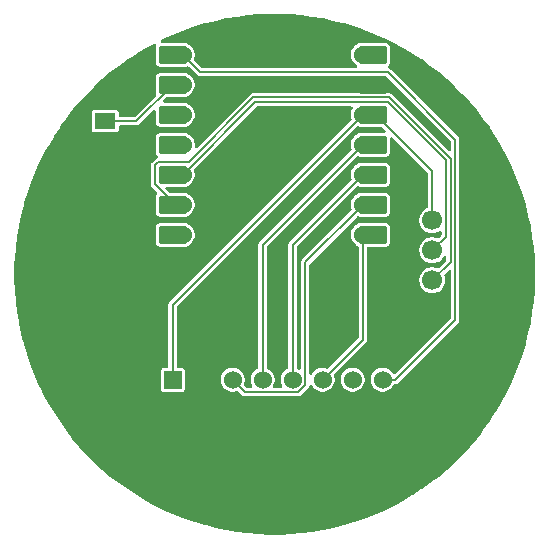
<source format=gtl>
G04 #@! TF.GenerationSoftware,KiCad,Pcbnew,9.0.2*
G04 #@! TF.CreationDate,2025-06-11T04:48:02-04:00*
G04 #@! TF.ProjectId,HackCharm,4861636b-4368-4617-926d-2e6b69636164,rev?*
G04 #@! TF.SameCoordinates,Original*
G04 #@! TF.FileFunction,Copper,L1,Top*
G04 #@! TF.FilePolarity,Positive*
%FSLAX46Y46*%
G04 Gerber Fmt 4.6, Leading zero omitted, Abs format (unit mm)*
G04 Created by KiCad (PCBNEW 9.0.2) date 2025-06-11 04:48:02*
%MOMM*%
%LPD*%
G01*
G04 APERTURE LIST*
G04 Aperture macros list*
%AMRoundRect*
0 Rectangle with rounded corners*
0 $1 Rounding radius*
0 $2 $3 $4 $5 $6 $7 $8 $9 X,Y pos of 4 corners*
0 Add a 4 corners polygon primitive as box body*
4,1,4,$2,$3,$4,$5,$6,$7,$8,$9,$2,$3,0*
0 Add four circle primitives for the rounded corners*
1,1,$1+$1,$2,$3*
1,1,$1+$1,$4,$5*
1,1,$1+$1,$6,$7*
1,1,$1+$1,$8,$9*
0 Add four rect primitives between the rounded corners*
20,1,$1+$1,$2,$3,$4,$5,0*
20,1,$1+$1,$4,$5,$6,$7,0*
20,1,$1+$1,$6,$7,$8,$9,0*
20,1,$1+$1,$8,$9,$2,$3,0*%
G04 Aperture macros list end*
G04 #@! TA.AperFunction,ComponentPad*
%ADD10R,1.524000X1.524000*%
G04 #@! TD*
G04 #@! TA.AperFunction,ComponentPad*
%ADD11C,1.524000*%
G04 #@! TD*
G04 #@! TA.AperFunction,SMDPad,CuDef*
%ADD12RoundRect,0.152400X1.063600X0.609600X-1.063600X0.609600X-1.063600X-0.609600X1.063600X-0.609600X0*%
G04 #@! TD*
G04 #@! TA.AperFunction,SMDPad,CuDef*
%ADD13RoundRect,0.152400X-1.063600X-0.609600X1.063600X-0.609600X1.063600X0.609600X-1.063600X0.609600X0*%
G04 #@! TD*
G04 #@! TA.AperFunction,SMDPad,CuDef*
%ADD14R,1.800000X1.350000*%
G04 #@! TD*
G04 #@! TA.AperFunction,ComponentPad*
%ADD15R,1.700000X1.700000*%
G04 #@! TD*
G04 #@! TA.AperFunction,ComponentPad*
%ADD16C,1.700000*%
G04 #@! TD*
G04 #@! TA.AperFunction,Conductor*
%ADD17C,0.200000*%
G04 #@! TD*
G04 APERTURE END LIST*
D10*
G04 #@! TO.P,U2,1,VIN*
G04 #@! TO.N,+3.3V*
X144618000Y-108320000D03*
D11*
G04 #@! TO.P,U2,2,GND*
G04 #@! TO.N,GND*
X147158000Y-108320000D03*
G04 #@! TO.P,U2,3,SCLK*
G04 #@! TO.N,Net-(U1-GPIO7{slash}D8{slash}A8{slash}SCK)*
X149698000Y-108320000D03*
G04 #@! TO.P,U2,4,MOSI*
G04 #@! TO.N,Net-(U1-GPIO9{slash}D10{slash}A10{slash}MOSI)*
X152238000Y-108320000D03*
G04 #@! TO.P,U2,5,MISO*
G04 #@! TO.N,Net-(U1-GPIO8{slash}D9{slash}A9{slash}MISO)*
X154778000Y-108320000D03*
G04 #@! TO.P,U2,6,CS*
G04 #@! TO.N,Net-(U1-U0RXD{slash}D7{slash}RX)*
X157318000Y-108320000D03*
G04 #@! TO.P,U2,7,INT_2*
G04 #@! TO.N,unconnected-(U2-INT_2-Pad7)*
X159858000Y-108320000D03*
G04 #@! TO.P,U2,8,INT_1*
G04 #@! TO.N,Net-(U1-GPIO1{slash}D0{slash}A0)*
X162398000Y-108320000D03*
G04 #@! TD*
D12*
G04 #@! TO.P,U1,1,GPIO1/D0/A0*
G04 #@! TO.N,Net-(U1-GPIO1{slash}D0{slash}A0)*
X144645000Y-80798500D03*
D11*
X145480000Y-80798500D03*
D12*
G04 #@! TO.P,U1,2,GPIO2/DA/A1*
G04 #@! TO.N,Net-(U1-GPIO2{slash}DA{slash}A1)*
X144645000Y-83338500D03*
D11*
X145480000Y-83338500D03*
D12*
G04 #@! TO.P,U1,3,GPIO3/D2/A2*
G04 #@! TO.N,unconnected-(U1-GPIO3{slash}D2{slash}A2-Pad3)_1*
X144645000Y-85878500D03*
D11*
G04 #@! TO.N,unconnected-(U1-GPIO3{slash}D2{slash}A2-Pad3)*
X145480000Y-85878500D03*
D12*
G04 #@! TO.P,U1,4,GPIO4/D3/A3*
G04 #@! TO.N,unconnected-(U1-GPIO4{slash}D3{slash}A3-Pad4)_1*
X144645000Y-88418500D03*
D11*
G04 #@! TO.N,unconnected-(U1-GPIO4{slash}D3{slash}A3-Pad4)*
X145480000Y-88418500D03*
D12*
G04 #@! TO.P,U1,5,GPIO5/D4/I2C_SDA*
G04 #@! TO.N,Net-(J1-Pin_3)*
X144645000Y-90958500D03*
D11*
X145480000Y-90958500D03*
D12*
G04 #@! TO.P,U1,6,GPIO9/D5/I2C_SCL*
G04 #@! TO.N,Net-(J1-Pin_2)*
X144645000Y-93498500D03*
D11*
X145480000Y-93498500D03*
D12*
G04 #@! TO.P,U1,7,U0TXD/D6/TX*
G04 #@! TO.N,unconnected-(U1-U0TXD{slash}D6{slash}TX-Pad7)*
X144645000Y-96038500D03*
D11*
G04 #@! TO.N,unconnected-(U1-U0TXD{slash}D6{slash}TX-Pad7)_1*
X145480000Y-96038500D03*
G04 #@! TO.P,U1,8,U0RXD/D7/RX*
G04 #@! TO.N,Net-(U1-U0RXD{slash}D7{slash}RX)*
X160720000Y-96038500D03*
D13*
X161555000Y-96038500D03*
D11*
G04 #@! TO.P,U1,9,GPIO7/D8/A8/SCK*
G04 #@! TO.N,Net-(U1-GPIO7{slash}D8{slash}A8{slash}SCK)*
X160720000Y-93498500D03*
D13*
X161555000Y-93498500D03*
D11*
G04 #@! TO.P,U1,10,GPIO8/D9/A9/MISO*
G04 #@! TO.N,Net-(U1-GPIO8{slash}D9{slash}A9{slash}MISO)*
X160720000Y-90958500D03*
D13*
X161555000Y-90958500D03*
D11*
G04 #@! TO.P,U1,11,GPIO9/D10/A10/MOSI*
G04 #@! TO.N,Net-(U1-GPIO9{slash}D10{slash}A10{slash}MOSI)*
X160720000Y-88418500D03*
D13*
X161555000Y-88418500D03*
D11*
G04 #@! TO.P,U1,12,VCC_3V3*
G04 #@! TO.N,+3.3V*
X160720000Y-85878500D03*
D13*
X161555000Y-85878500D03*
D11*
G04 #@! TO.P,U1,13,GND*
G04 #@! TO.N,GND*
X160720000Y-83338500D03*
D13*
X161555000Y-83338500D03*
D11*
G04 #@! TO.P,U1,14,VBUS*
G04 #@! TO.N,unconnected-(U1-VBUS-Pad14)_1*
X160720000Y-80798500D03*
D13*
G04 #@! TO.N,unconnected-(U1-VBUS-Pad14)*
X161555000Y-80798500D03*
G04 #@! TD*
D14*
G04 #@! TO.P,SW1,1,1*
G04 #@! TO.N,GND*
X138900000Y-90575000D03*
G04 #@! TO.P,SW1,2,2*
G04 #@! TO.N,Net-(U1-GPIO2{slash}DA{slash}A1)*
X138900000Y-86425000D03*
G04 #@! TD*
D15*
G04 #@! TO.P,J1,1,Pin_1*
G04 #@! TO.N,GND*
X166600000Y-102450000D03*
D16*
G04 #@! TO.P,J1,2,Pin_2*
G04 #@! TO.N,Net-(J1-Pin_2)*
X166600000Y-99910000D03*
G04 #@! TO.P,J1,3,Pin_3*
G04 #@! TO.N,Net-(J1-Pin_3)*
X166600000Y-97370000D03*
G04 #@! TO.P,J1,4,Pin_4*
G04 #@! TO.N,+3.3V*
X166600000Y-94830000D03*
G04 #@! TD*
D17*
G04 #@! TO.N,Net-(J1-Pin_2)*
X143389374Y-89895500D02*
X145975900Y-89895500D01*
X168152000Y-98358000D02*
X166600000Y-99910000D01*
X151456900Y-84414500D02*
X162976726Y-84414500D01*
X143128000Y-90156874D02*
X143389374Y-89895500D01*
X145480000Y-93498500D02*
X144866374Y-93498500D01*
X145975900Y-89895500D02*
X151456900Y-84414500D01*
X162976726Y-84414500D02*
X168152000Y-89589774D01*
X143128000Y-91760126D02*
X143128000Y-90156874D01*
X168152000Y-89589774D02*
X168152000Y-98358000D01*
X144866374Y-93498500D02*
X143128000Y-91760126D01*
G04 #@! TO.N,Net-(J1-Pin_3)*
X151623000Y-84815500D02*
X162810626Y-84815500D01*
X167751000Y-96219000D02*
X166600000Y-97370000D01*
X162810626Y-84815500D02*
X167751000Y-89755874D01*
X145480000Y-90958500D02*
X151623000Y-84815500D01*
X167751000Y-89755874D02*
X167751000Y-96219000D01*
G04 #@! TO.N,+3.3V*
X161797630Y-85878500D02*
X166600000Y-90680870D01*
X166600000Y-90680870D02*
X166600000Y-94830000D01*
X160720000Y-85878500D02*
X161797630Y-85878500D01*
X160720000Y-85878500D02*
X144618000Y-101980500D01*
X144618000Y-101980500D02*
X144618000Y-108320000D01*
G04 #@! TO.N,Net-(U1-GPIO2{slash}DA{slash}A1)*
X141558500Y-86425000D02*
X144645000Y-83338500D01*
X138900000Y-86425000D02*
X141558500Y-86425000D01*
G04 #@! TO.N,Net-(U1-GPIO1{slash}D0{slash}A0)*
X163475630Y-108320000D02*
X162398000Y-108320000D01*
X168553000Y-103242630D02*
X163475630Y-108320000D01*
X162810626Y-82275500D02*
X168553000Y-88017874D01*
X146957000Y-82275500D02*
X162810626Y-82275500D01*
X168553000Y-88017874D02*
X168553000Y-103242630D01*
X145480000Y-80798500D02*
X146957000Y-82275500D01*
G04 #@! TO.N,Net-(U1-U0RXD{slash}D7{slash}RX)*
X160720000Y-96038500D02*
X160720000Y-104918000D01*
X160720000Y-104918000D02*
X157318000Y-108320000D01*
G04 #@! TO.N,Net-(U1-GPIO8{slash}D9{slash}A9{slash}MISO)*
X154778000Y-96900500D02*
X154778000Y-108320000D01*
X160720000Y-90958500D02*
X154778000Y-96900500D01*
G04 #@! TO.N,Net-(U1-GPIO9{slash}D10{slash}A10{slash}MOSI)*
X152238000Y-96900500D02*
X152238000Y-108320000D01*
X160720000Y-88418500D02*
X152238000Y-96900500D01*
G04 #@! TO.N,Net-(U1-GPIO7{slash}D8{slash}A8{slash}SCK)*
X150761000Y-109383000D02*
X149698000Y-108320000D01*
X155841000Y-108760310D02*
X155218310Y-109383000D01*
X155218310Y-109383000D02*
X150761000Y-109383000D01*
X155841000Y-98377500D02*
X155841000Y-108760310D01*
X160720000Y-93498500D02*
X155841000Y-98377500D01*
G04 #@! TD*
G04 #@! TA.AperFunction,Conductor*
G04 #@! TO.N,GND*
G36*
X153710303Y-77357403D02*
G01*
X154615732Y-77394853D01*
X154620810Y-77395168D01*
X155523926Y-77470002D01*
X155528940Y-77470521D01*
X156428218Y-77582617D01*
X156433289Y-77583355D01*
X157327124Y-77732509D01*
X157332132Y-77733452D01*
X158219045Y-77919419D01*
X158224012Y-77920568D01*
X158938479Y-78101496D01*
X159102481Y-78143027D01*
X159107424Y-78144388D01*
X159975955Y-78402961D01*
X159980785Y-78404509D01*
X160649777Y-78634173D01*
X160837882Y-78698750D01*
X160842694Y-78700514D01*
X161094969Y-78798951D01*
X161686892Y-79029921D01*
X161691590Y-79031866D01*
X162431195Y-79356288D01*
X162521460Y-79395882D01*
X162526110Y-79398037D01*
X163340225Y-79796033D01*
X163344782Y-79798379D01*
X164141725Y-80229663D01*
X164146182Y-80232195D01*
X164924643Y-80696057D01*
X164928987Y-80698769D01*
X164929000Y-80698777D01*
X165687624Y-81194411D01*
X165691855Y-81197303D01*
X166429350Y-81723863D01*
X166433408Y-81726888D01*
X166938540Y-82120048D01*
X167148544Y-82283501D01*
X167152522Y-82286732D01*
X167844003Y-82872386D01*
X167847845Y-82875778D01*
X168514563Y-83489535D01*
X168518261Y-83493084D01*
X169159004Y-84133827D01*
X169162553Y-84137525D01*
X169766430Y-84793511D01*
X169776310Y-84804243D01*
X169779702Y-84808085D01*
X170365356Y-85499566D01*
X170368587Y-85503544D01*
X170925194Y-86218672D01*
X170928225Y-86222738D01*
X171454785Y-86960233D01*
X171457677Y-86964464D01*
X171953317Y-87723097D01*
X171956031Y-87727445D01*
X172419893Y-88505906D01*
X172422425Y-88510363D01*
X172853709Y-89307306D01*
X172856055Y-89311863D01*
X173254051Y-90125978D01*
X173256206Y-90130628D01*
X173620214Y-90960480D01*
X173622175Y-90965215D01*
X173951574Y-91809394D01*
X173953338Y-91814206D01*
X174247571Y-92671278D01*
X174249135Y-92676159D01*
X174507700Y-93544665D01*
X174509061Y-93549607D01*
X174731517Y-94428063D01*
X174732672Y-94433056D01*
X174918633Y-95319942D01*
X174919581Y-95324979D01*
X175068732Y-96218798D01*
X175069471Y-96223870D01*
X175181562Y-97123106D01*
X175182090Y-97128204D01*
X175256918Y-98031259D01*
X175257236Y-98036375D01*
X175294685Y-98941785D01*
X175294791Y-98946909D01*
X175294791Y-99853090D01*
X175294685Y-99858214D01*
X175257236Y-100763624D01*
X175256918Y-100768740D01*
X175182090Y-101671795D01*
X175181562Y-101676893D01*
X175069471Y-102576129D01*
X175068732Y-102581201D01*
X174919581Y-103475020D01*
X174918633Y-103480057D01*
X174732672Y-104366943D01*
X174731517Y-104371936D01*
X174509061Y-105250392D01*
X174507700Y-105255334D01*
X174249135Y-106123840D01*
X174247571Y-106128721D01*
X173953338Y-106985793D01*
X173951574Y-106990605D01*
X173622175Y-107834784D01*
X173620214Y-107839519D01*
X173256206Y-108669371D01*
X173254051Y-108674021D01*
X172856055Y-109488136D01*
X172853709Y-109492693D01*
X172422425Y-110289636D01*
X172419893Y-110294093D01*
X171956031Y-111072554D01*
X171953317Y-111076902D01*
X171457677Y-111835535D01*
X171454785Y-111839766D01*
X170928225Y-112577261D01*
X170925176Y-112581350D01*
X170684975Y-112889960D01*
X170368587Y-113296455D01*
X170365356Y-113300433D01*
X169779702Y-113991914D01*
X169776310Y-113995756D01*
X169162553Y-114662474D01*
X169159004Y-114666172D01*
X168518261Y-115306915D01*
X168514563Y-115310464D01*
X167847845Y-115924221D01*
X167844003Y-115927613D01*
X167152522Y-116513267D01*
X167148544Y-116516498D01*
X166742049Y-116832886D01*
X166433439Y-117073087D01*
X166429350Y-117076136D01*
X165691855Y-117602696D01*
X165687624Y-117605588D01*
X164928991Y-118101228D01*
X164924643Y-118103942D01*
X164146182Y-118567804D01*
X164141725Y-118570336D01*
X163344782Y-119001620D01*
X163340225Y-119003966D01*
X162526110Y-119401962D01*
X162521460Y-119404117D01*
X161691608Y-119768125D01*
X161686873Y-119770086D01*
X160842694Y-120099485D01*
X160837882Y-120101249D01*
X159980810Y-120395482D01*
X159975929Y-120397046D01*
X159107423Y-120655611D01*
X159102481Y-120656972D01*
X158224025Y-120879428D01*
X158219032Y-120880583D01*
X157332146Y-121066544D01*
X157327109Y-121067492D01*
X156433290Y-121216643D01*
X156428218Y-121217382D01*
X155528982Y-121329473D01*
X155523884Y-121330001D01*
X154620829Y-121404829D01*
X154615713Y-121405147D01*
X153710304Y-121442596D01*
X153705180Y-121442702D01*
X152798998Y-121442702D01*
X152793874Y-121442596D01*
X151888464Y-121405147D01*
X151883348Y-121404829D01*
X150980293Y-121330001D01*
X150975195Y-121329473D01*
X150075959Y-121217382D01*
X150070887Y-121216643D01*
X149177068Y-121067492D01*
X149172031Y-121066544D01*
X148285145Y-120880583D01*
X148280152Y-120879428D01*
X147401696Y-120656972D01*
X147396754Y-120655611D01*
X146528248Y-120397046D01*
X146523367Y-120395482D01*
X145666295Y-120101249D01*
X145661483Y-120099485D01*
X144817304Y-119770086D01*
X144812569Y-119768125D01*
X143982717Y-119404117D01*
X143978067Y-119401962D01*
X143163952Y-119003966D01*
X143159395Y-119001620D01*
X142362452Y-118570336D01*
X142357995Y-118567804D01*
X141579534Y-118103942D01*
X141575186Y-118101228D01*
X140816553Y-117605588D01*
X140812322Y-117602696D01*
X140074827Y-117076136D01*
X140070761Y-117073105D01*
X139355633Y-116516498D01*
X139351655Y-116513267D01*
X138660174Y-115927613D01*
X138656332Y-115924221D01*
X137989614Y-115310464D01*
X137985916Y-115306915D01*
X137345173Y-114666172D01*
X137341624Y-114662474D01*
X136727867Y-113995756D01*
X136724475Y-113991914D01*
X136138821Y-113300433D01*
X136135590Y-113296455D01*
X136045454Y-113180648D01*
X135578977Y-112581319D01*
X135575952Y-112577261D01*
X135049392Y-111839766D01*
X135046500Y-111835535D01*
X134550860Y-111076902D01*
X134548146Y-111072554D01*
X134084284Y-110294093D01*
X134081752Y-110289636D01*
X133650468Y-109492693D01*
X133648122Y-109488136D01*
X133555513Y-109298702D01*
X133250126Y-108674021D01*
X133247971Y-108669371D01*
X133051792Y-108222129D01*
X132883955Y-107839501D01*
X132882002Y-107834784D01*
X132871357Y-107807504D01*
X132552603Y-106990605D01*
X132550839Y-106985793D01*
X132361127Y-106433181D01*
X132256598Y-106128696D01*
X132255050Y-106123866D01*
X131996477Y-105255334D01*
X131995116Y-105250392D01*
X131899257Y-104871856D01*
X131772657Y-104371923D01*
X131771505Y-104366943D01*
X131585541Y-103480043D01*
X131584596Y-103475020D01*
X131568392Y-103377917D01*
X131435444Y-102581200D01*
X131434706Y-102576129D01*
X131322610Y-101676851D01*
X131322091Y-101671837D01*
X131247257Y-100768721D01*
X131246941Y-100763624D01*
X131246353Y-100749414D01*
X131209493Y-99858214D01*
X131209387Y-99853090D01*
X131209387Y-98946909D01*
X131209493Y-98941785D01*
X131227476Y-98507004D01*
X131246942Y-98036353D01*
X131247259Y-98031259D01*
X131322091Y-97128157D01*
X131322610Y-97123153D01*
X131434706Y-96223863D01*
X131435445Y-96218798D01*
X131453578Y-96110136D01*
X131572546Y-95397186D01*
X143178500Y-95397186D01*
X143178500Y-96679813D01*
X143193441Y-96774150D01*
X143193442Y-96774153D01*
X143193443Y-96774155D01*
X143248254Y-96881728D01*
X143251385Y-96887872D01*
X143251388Y-96887876D01*
X143341623Y-96978111D01*
X143341627Y-96978114D01*
X143341629Y-96978116D01*
X143455345Y-97036057D01*
X143455347Y-97036057D01*
X143455349Y-97036058D01*
X143549687Y-97051000D01*
X143549692Y-97051000D01*
X145740313Y-97051000D01*
X145834650Y-97036058D01*
X145834650Y-97036057D01*
X145834655Y-97036057D01*
X145948371Y-96978116D01*
X146038616Y-96887871D01*
X146038617Y-96887868D01*
X146044758Y-96881728D01*
X146063544Y-96866311D01*
X146125431Y-96824960D01*
X146266460Y-96683931D01*
X146377266Y-96518099D01*
X146453590Y-96333835D01*
X146475969Y-96221328D01*
X146492500Y-96138225D01*
X146492500Y-95938774D01*
X146453591Y-95743170D01*
X146453590Y-95743169D01*
X146453590Y-95743165D01*
X146451975Y-95739265D01*
X146377269Y-95558907D01*
X146377262Y-95558894D01*
X146266460Y-95393069D01*
X146266457Y-95393065D01*
X146125434Y-95252042D01*
X146125430Y-95252039D01*
X146063547Y-95210690D01*
X146044757Y-95195269D01*
X145948376Y-95098888D01*
X145948372Y-95098885D01*
X145948371Y-95098884D01*
X145834655Y-95040943D01*
X145834653Y-95040942D01*
X145834650Y-95040941D01*
X145740313Y-95026000D01*
X145740308Y-95026000D01*
X143549692Y-95026000D01*
X143549687Y-95026000D01*
X143455349Y-95040941D01*
X143341627Y-95098885D01*
X143341623Y-95098888D01*
X143251388Y-95189123D01*
X143251385Y-95189127D01*
X143193441Y-95302849D01*
X143178500Y-95397186D01*
X131572546Y-95397186D01*
X131584598Y-95324964D01*
X131585539Y-95319965D01*
X131771510Y-94433033D01*
X131772654Y-94428087D01*
X131995118Y-93549596D01*
X131996477Y-93544665D01*
X132075245Y-93280088D01*
X132255054Y-92676119D01*
X132256593Y-92671317D01*
X132550841Y-91814198D01*
X132552603Y-91809394D01*
X132882016Y-90965179D01*
X132883948Y-90960515D01*
X133247979Y-90130610D01*
X133250126Y-90125978D01*
X133648133Y-89311841D01*
X133650456Y-89307328D01*
X134081758Y-88510350D01*
X134084284Y-88505906D01*
X134195789Y-88318777D01*
X134548161Y-87727420D01*
X134550844Y-87723122D01*
X135046510Y-86964448D01*
X135049392Y-86960233D01*
X135173288Y-86786706D01*
X135575973Y-86222709D01*
X135578977Y-86218680D01*
X135962974Y-85725321D01*
X137749500Y-85725321D01*
X137749500Y-87124678D01*
X137764032Y-87197735D01*
X137764033Y-87197739D01*
X137764034Y-87197740D01*
X137819399Y-87280601D01*
X137886348Y-87325334D01*
X137902260Y-87335966D01*
X137902264Y-87335967D01*
X137975321Y-87350499D01*
X137975324Y-87350500D01*
X137975326Y-87350500D01*
X139824676Y-87350500D01*
X139824677Y-87350499D01*
X139897740Y-87335966D01*
X139980601Y-87280601D01*
X140035966Y-87197740D01*
X140050500Y-87124674D01*
X140050500Y-86899500D01*
X140070185Y-86832461D01*
X140122989Y-86786706D01*
X140174500Y-86775500D01*
X141604642Y-86775500D01*
X141604644Y-86775500D01*
X141693788Y-86751614D01*
X141773712Y-86705470D01*
X142966819Y-85512363D01*
X143028142Y-85478878D01*
X143097834Y-85483862D01*
X143153767Y-85525734D01*
X143178184Y-85591198D01*
X143178500Y-85600044D01*
X143178500Y-86519813D01*
X143193441Y-86614150D01*
X143193442Y-86614153D01*
X143193443Y-86614155D01*
X143248254Y-86721728D01*
X143251385Y-86727872D01*
X143251388Y-86727876D01*
X143341623Y-86818111D01*
X143341627Y-86818114D01*
X143341629Y-86818116D01*
X143455345Y-86876057D01*
X143455347Y-86876057D01*
X143455349Y-86876058D01*
X143549687Y-86891000D01*
X143549692Y-86891000D01*
X145740313Y-86891000D01*
X145834650Y-86876058D01*
X145834650Y-86876057D01*
X145834655Y-86876057D01*
X145948371Y-86818116D01*
X146038616Y-86727871D01*
X146038617Y-86727868D01*
X146044758Y-86721728D01*
X146063542Y-86706312D01*
X146125431Y-86664960D01*
X146266460Y-86523931D01*
X146377266Y-86358099D01*
X146453590Y-86173835D01*
X146480574Y-86038181D01*
X146492500Y-85978225D01*
X146492500Y-85778774D01*
X146453591Y-85583170D01*
X146453590Y-85583169D01*
X146453590Y-85583165D01*
X146424955Y-85514033D01*
X146377269Y-85398907D01*
X146377262Y-85398894D01*
X146266460Y-85233069D01*
X146266457Y-85233065D01*
X146125434Y-85092042D01*
X146125430Y-85092039D01*
X146063547Y-85050690D01*
X146044757Y-85035269D01*
X145948376Y-84938888D01*
X145948372Y-84938885D01*
X145948371Y-84938884D01*
X145834655Y-84880943D01*
X145834653Y-84880942D01*
X145834650Y-84880941D01*
X145740313Y-84866000D01*
X145740308Y-84866000D01*
X143912544Y-84866000D01*
X143845505Y-84846315D01*
X143799750Y-84793511D01*
X143789806Y-84724353D01*
X143818831Y-84660797D01*
X143824863Y-84654319D01*
X144091863Y-84387319D01*
X144153186Y-84353834D01*
X144179544Y-84351000D01*
X145740313Y-84351000D01*
X145834650Y-84336058D01*
X145834650Y-84336057D01*
X145834655Y-84336057D01*
X145948371Y-84278116D01*
X146038616Y-84187871D01*
X146038617Y-84187868D01*
X146044758Y-84181728D01*
X146063542Y-84166312D01*
X146125431Y-84124960D01*
X146266460Y-83983931D01*
X146377266Y-83818099D01*
X146453590Y-83633835D01*
X146466322Y-83569824D01*
X146492500Y-83438225D01*
X146492500Y-83238774D01*
X146453591Y-83043170D01*
X146453590Y-83043169D01*
X146453590Y-83043165D01*
X146384257Y-82875778D01*
X146377269Y-82858907D01*
X146377262Y-82858894D01*
X146266460Y-82693069D01*
X146266457Y-82693065D01*
X146125434Y-82552042D01*
X146125430Y-82552039D01*
X146063547Y-82510690D01*
X146044757Y-82495269D01*
X145948376Y-82398888D01*
X145948372Y-82398885D01*
X145948371Y-82398884D01*
X145834655Y-82340943D01*
X145834653Y-82340942D01*
X145834650Y-82340941D01*
X145740313Y-82326000D01*
X145740308Y-82326000D01*
X143549692Y-82326000D01*
X143549687Y-82326000D01*
X143455349Y-82340941D01*
X143341627Y-82398885D01*
X143341623Y-82398888D01*
X143251388Y-82489123D01*
X143251385Y-82489127D01*
X143251384Y-82489129D01*
X143193817Y-82602112D01*
X143193441Y-82602849D01*
X143178500Y-82697186D01*
X143178500Y-83979813D01*
X143193441Y-84074152D01*
X143226875Y-84139770D01*
X143239771Y-84208439D01*
X143213494Y-84273180D01*
X143204071Y-84283745D01*
X141449637Y-86038181D01*
X141388314Y-86071666D01*
X141361956Y-86074500D01*
X140174500Y-86074500D01*
X140107461Y-86054815D01*
X140061706Y-86002011D01*
X140050500Y-85950500D01*
X140050500Y-85725323D01*
X140050499Y-85725321D01*
X140035967Y-85652264D01*
X140035966Y-85652260D01*
X140013978Y-85619352D01*
X139980601Y-85569399D01*
X139897740Y-85514034D01*
X139897739Y-85514033D01*
X139897735Y-85514032D01*
X139824677Y-85499500D01*
X139824674Y-85499500D01*
X137975326Y-85499500D01*
X137975323Y-85499500D01*
X137902264Y-85514032D01*
X137902260Y-85514033D01*
X137819399Y-85569399D01*
X137764033Y-85652260D01*
X137764032Y-85652264D01*
X137749500Y-85725321D01*
X135962974Y-85725321D01*
X136135611Y-85503518D01*
X136138821Y-85499566D01*
X136224090Y-85398889D01*
X136724500Y-84808056D01*
X136727842Y-84804271D01*
X137341647Y-84137500D01*
X137345149Y-84133851D01*
X137985940Y-83493060D01*
X137989589Y-83489558D01*
X138656360Y-82875753D01*
X138660145Y-82872411D01*
X139351658Y-82286729D01*
X139355607Y-82283522D01*
X140070791Y-81726871D01*
X140074798Y-81723884D01*
X140812322Y-81197303D01*
X140816537Y-81194421D01*
X141575211Y-80698755D01*
X141579509Y-80696072D01*
X142358007Y-80232188D01*
X142362439Y-80229669D01*
X143042101Y-79861855D01*
X143110428Y-79847261D01*
X143175800Y-79871924D01*
X143217461Y-79928014D01*
X143222183Y-79997724D01*
X143211603Y-80027204D01*
X143193441Y-80062848D01*
X143178500Y-80157186D01*
X143178500Y-81439813D01*
X143193441Y-81534150D01*
X143193442Y-81534153D01*
X143193443Y-81534155D01*
X143251384Y-81647871D01*
X143251385Y-81647872D01*
X143251388Y-81647876D01*
X143341623Y-81738111D01*
X143341627Y-81738114D01*
X143341629Y-81738116D01*
X143455345Y-81796057D01*
X143455347Y-81796057D01*
X143455349Y-81796058D01*
X143549687Y-81811000D01*
X143549692Y-81811000D01*
X145740313Y-81811000D01*
X145834652Y-81796058D01*
X145834652Y-81796057D01*
X145834655Y-81796057D01*
X145851908Y-81787265D01*
X145920576Y-81774368D01*
X145985317Y-81800642D01*
X145995886Y-81810068D01*
X146469320Y-82283501D01*
X146676531Y-82490712D01*
X146741788Y-82555969D01*
X146741791Y-82555970D01*
X146741794Y-82555973D01*
X146821706Y-82602111D01*
X146821707Y-82602111D01*
X146821712Y-82602114D01*
X146910856Y-82626000D01*
X162614082Y-82626000D01*
X162681121Y-82645685D01*
X162701763Y-82662319D01*
X168166181Y-88126737D01*
X168199666Y-88188060D01*
X168202500Y-88214418D01*
X168202500Y-88845230D01*
X168182815Y-88912269D01*
X168130011Y-88958024D01*
X168060853Y-88967968D01*
X167997297Y-88938943D01*
X167990819Y-88932911D01*
X163191939Y-84134031D01*
X163191934Y-84134027D01*
X163112016Y-84087887D01*
X163112015Y-84087886D01*
X163112014Y-84087886D01*
X163022870Y-84064000D01*
X151410756Y-84064000D01*
X151410754Y-84064000D01*
X151372857Y-84074154D01*
X151372857Y-84074155D01*
X151321612Y-84087886D01*
X151321611Y-84087886D01*
X151321609Y-84087887D01*
X151241691Y-84134027D01*
X151241686Y-84134031D01*
X146690916Y-88684801D01*
X146629593Y-88718286D01*
X146559901Y-88713302D01*
X146503968Y-88671430D01*
X146479551Y-88605966D01*
X146481617Y-88572931D01*
X146492500Y-88518223D01*
X146492500Y-88318777D01*
X146492500Y-88318774D01*
X146453591Y-88123170D01*
X146453590Y-88123169D01*
X146453590Y-88123165D01*
X146390865Y-87971732D01*
X146377269Y-87938907D01*
X146377262Y-87938894D01*
X146266460Y-87773069D01*
X146266457Y-87773065D01*
X146125434Y-87632042D01*
X146125430Y-87632039D01*
X146063547Y-87590690D01*
X146044757Y-87575269D01*
X145948376Y-87478888D01*
X145948372Y-87478885D01*
X145948371Y-87478884D01*
X145834655Y-87420943D01*
X145834653Y-87420942D01*
X145834650Y-87420941D01*
X145740313Y-87406000D01*
X145740308Y-87406000D01*
X143549692Y-87406000D01*
X143549687Y-87406000D01*
X143455349Y-87420941D01*
X143341627Y-87478885D01*
X143341623Y-87478888D01*
X143251388Y-87569123D01*
X143251385Y-87569127D01*
X143193441Y-87682849D01*
X143178500Y-87777186D01*
X143178500Y-89059813D01*
X143193441Y-89154150D01*
X143193442Y-89154153D01*
X143193443Y-89154155D01*
X143251384Y-89267871D01*
X143251385Y-89267872D01*
X143251388Y-89267876D01*
X143337489Y-89353977D01*
X143370974Y-89415300D01*
X143365990Y-89484992D01*
X143324118Y-89540925D01*
X143281905Y-89561431D01*
X143254086Y-89568886D01*
X143254085Y-89568886D01*
X143254083Y-89568887D01*
X143174165Y-89615027D01*
X143174160Y-89615031D01*
X142847529Y-89941662D01*
X142822562Y-89984909D01*
X142822560Y-89984911D01*
X142801388Y-90021580D01*
X142801387Y-90021583D01*
X142801386Y-90021585D01*
X142801386Y-90021586D01*
X142777500Y-90110730D01*
X142777500Y-91806270D01*
X142779627Y-91814206D01*
X142801386Y-91895413D01*
X142801387Y-91895416D01*
X142847527Y-91975334D01*
X142847531Y-91975339D01*
X143298671Y-92426479D01*
X143332156Y-92487802D01*
X143327172Y-92557494D01*
X143298671Y-92601841D01*
X143251388Y-92649123D01*
X143251385Y-92649127D01*
X143193441Y-92762849D01*
X143178500Y-92857186D01*
X143178500Y-94139813D01*
X143193441Y-94234150D01*
X143193442Y-94234153D01*
X143193443Y-94234155D01*
X143248254Y-94341728D01*
X143251385Y-94347872D01*
X143251388Y-94347876D01*
X143341623Y-94438111D01*
X143341627Y-94438114D01*
X143341629Y-94438116D01*
X143455345Y-94496057D01*
X143455347Y-94496057D01*
X143455349Y-94496058D01*
X143549687Y-94511000D01*
X143549692Y-94511000D01*
X145740313Y-94511000D01*
X145834650Y-94496058D01*
X145834650Y-94496057D01*
X145834655Y-94496057D01*
X145948371Y-94438116D01*
X146038616Y-94347871D01*
X146038617Y-94347868D01*
X146044758Y-94341728D01*
X146063542Y-94326312D01*
X146125431Y-94284960D01*
X146266460Y-94143931D01*
X146377266Y-93978099D01*
X146453590Y-93793835D01*
X146492500Y-93598223D01*
X146492500Y-93398777D01*
X146492500Y-93398774D01*
X146453591Y-93203170D01*
X146453590Y-93203169D01*
X146453590Y-93203165D01*
X146453588Y-93203160D01*
X146377269Y-93018907D01*
X146377262Y-93018894D01*
X146266460Y-92853069D01*
X146266457Y-92853065D01*
X146125434Y-92712042D01*
X146125430Y-92712039D01*
X146063547Y-92670690D01*
X146044757Y-92655269D01*
X145948376Y-92558888D01*
X145948372Y-92558885D01*
X145948371Y-92558884D01*
X145834655Y-92500943D01*
X145834653Y-92500942D01*
X145834650Y-92500941D01*
X145740313Y-92486000D01*
X145740308Y-92486000D01*
X144400918Y-92486000D01*
X144333879Y-92466315D01*
X144313237Y-92449681D01*
X144046237Y-92182681D01*
X144012752Y-92121358D01*
X144017736Y-92051666D01*
X144059608Y-91995733D01*
X144125072Y-91971316D01*
X144133918Y-91971000D01*
X145740313Y-91971000D01*
X145834650Y-91956058D01*
X145834650Y-91956057D01*
X145834655Y-91956057D01*
X145948371Y-91898116D01*
X146038616Y-91807871D01*
X146038617Y-91807868D01*
X146044758Y-91801728D01*
X146063542Y-91786312D01*
X146125431Y-91744960D01*
X146266460Y-91603931D01*
X146377266Y-91438099D01*
X146453590Y-91253835D01*
X146492500Y-91058223D01*
X146492500Y-90858777D01*
X146492500Y-90858774D01*
X146453591Y-90663170D01*
X146453589Y-90663163D01*
X146453588Y-90663160D01*
X146431821Y-90610612D01*
X146424352Y-90541145D01*
X146455626Y-90478666D01*
X146458673Y-90475507D01*
X151731863Y-85202319D01*
X151793186Y-85168834D01*
X151819544Y-85166000D01*
X159746365Y-85166000D01*
X159813404Y-85185685D01*
X159859159Y-85238489D01*
X159869103Y-85307647D01*
X159849467Y-85358890D01*
X159822740Y-85398889D01*
X159822730Y-85398907D01*
X159746411Y-85583160D01*
X159746408Y-85583170D01*
X159707500Y-85778774D01*
X159707500Y-85778777D01*
X159707500Y-85978223D01*
X159707500Y-85978225D01*
X159707499Y-85978225D01*
X159746408Y-86173829D01*
X159746410Y-86173835D01*
X159768177Y-86226385D01*
X159775646Y-86295855D01*
X159744371Y-86358334D01*
X159741297Y-86361519D01*
X144337531Y-101765286D01*
X144337527Y-101765291D01*
X144291387Y-101845209D01*
X144291386Y-101845212D01*
X144267500Y-101934356D01*
X144267500Y-107183500D01*
X144247815Y-107250539D01*
X144195011Y-107296294D01*
X144143500Y-107307500D01*
X143831323Y-107307500D01*
X143758264Y-107322032D01*
X143758260Y-107322033D01*
X143675399Y-107377399D01*
X143620033Y-107460260D01*
X143620032Y-107460264D01*
X143605500Y-107533321D01*
X143605500Y-109106678D01*
X143620032Y-109179735D01*
X143620033Y-109179739D01*
X143620034Y-109179740D01*
X143675399Y-109262601D01*
X143721780Y-109293591D01*
X143758260Y-109317966D01*
X143758264Y-109317967D01*
X143831321Y-109332499D01*
X143831324Y-109332500D01*
X143831326Y-109332500D01*
X145404676Y-109332500D01*
X145404677Y-109332499D01*
X145477740Y-109317966D01*
X145560601Y-109262601D01*
X145615966Y-109179740D01*
X145630500Y-109106674D01*
X145630500Y-107533326D01*
X145630500Y-107533323D01*
X145630499Y-107533321D01*
X145615967Y-107460264D01*
X145615966Y-107460260D01*
X145590891Y-107422732D01*
X145560601Y-107377399D01*
X145477740Y-107322034D01*
X145477739Y-107322033D01*
X145477735Y-107322032D01*
X145404677Y-107307500D01*
X145404674Y-107307500D01*
X145092500Y-107307500D01*
X145025461Y-107287815D01*
X144979706Y-107235011D01*
X144968500Y-107183500D01*
X144968500Y-102177043D01*
X144988185Y-102110004D01*
X145004814Y-102089367D01*
X160204113Y-86890067D01*
X160265436Y-86856583D01*
X160335128Y-86861567D01*
X160348088Y-86867264D01*
X160365347Y-86876058D01*
X160459687Y-86891000D01*
X160459692Y-86891000D01*
X160620277Y-86891000D01*
X160819723Y-86891000D01*
X162263086Y-86891000D01*
X162330125Y-86910685D01*
X162350767Y-86927319D01*
X162617767Y-87194319D01*
X162651252Y-87255642D01*
X162646268Y-87325334D01*
X162604396Y-87381267D01*
X162538932Y-87405684D01*
X162530086Y-87406000D01*
X160459687Y-87406000D01*
X160365349Y-87420941D01*
X160251627Y-87478885D01*
X160251623Y-87478888D01*
X160155248Y-87575264D01*
X160136461Y-87590683D01*
X160074567Y-87632041D01*
X160074562Y-87632046D01*
X159933542Y-87773065D01*
X159933539Y-87773069D01*
X159822737Y-87938894D01*
X159822730Y-87938907D01*
X159746411Y-88123160D01*
X159746408Y-88123170D01*
X159707500Y-88318774D01*
X159707500Y-88318777D01*
X159707500Y-88518223D01*
X159707500Y-88518225D01*
X159707499Y-88518225D01*
X159746408Y-88713828D01*
X159746409Y-88713831D01*
X159746410Y-88713835D01*
X159748254Y-88718286D01*
X159768178Y-88766388D01*
X159775645Y-88835857D01*
X159744370Y-88898336D01*
X159741297Y-88901520D01*
X151957531Y-96685286D01*
X151957527Y-96685291D01*
X151945116Y-96706790D01*
X151945115Y-96706792D01*
X151928250Y-96736002D01*
X151911386Y-96765211D01*
X151887500Y-96854356D01*
X151887500Y-107286404D01*
X151867815Y-107353443D01*
X151815011Y-107399198D01*
X151810955Y-107400964D01*
X151758404Y-107422732D01*
X151758403Y-107422732D01*
X151592569Y-107533539D01*
X151592565Y-107533542D01*
X151451542Y-107674565D01*
X151451539Y-107674569D01*
X151340737Y-107840394D01*
X151340730Y-107840407D01*
X151264411Y-108024660D01*
X151264408Y-108024670D01*
X151225500Y-108220274D01*
X151225500Y-108220277D01*
X151225500Y-108419723D01*
X151225500Y-108419725D01*
X151225499Y-108419725D01*
X151264408Y-108615329D01*
X151264411Y-108615339D01*
X151340730Y-108799592D01*
X151340740Y-108799610D01*
X151367467Y-108839610D01*
X151388345Y-108906287D01*
X151369860Y-108973667D01*
X151317881Y-109020357D01*
X151264365Y-109032500D01*
X150957544Y-109032500D01*
X150890505Y-109012815D01*
X150869863Y-108996181D01*
X150676702Y-108803020D01*
X150643217Y-108741697D01*
X150648201Y-108672005D01*
X150649808Y-108667920D01*
X150671590Y-108615335D01*
X150710500Y-108419723D01*
X150710500Y-108220277D01*
X150710500Y-108220274D01*
X150671591Y-108024670D01*
X150671590Y-108024669D01*
X150671590Y-108024665D01*
X150649823Y-107972115D01*
X150595269Y-107840407D01*
X150595262Y-107840394D01*
X150484460Y-107674569D01*
X150484457Y-107674565D01*
X150343434Y-107533542D01*
X150343430Y-107533539D01*
X150177605Y-107422737D01*
X150177592Y-107422730D01*
X149993339Y-107346411D01*
X149993329Y-107346408D01*
X149797725Y-107307500D01*
X149797723Y-107307500D01*
X149598277Y-107307500D01*
X149598275Y-107307500D01*
X149402670Y-107346408D01*
X149402660Y-107346411D01*
X149218407Y-107422730D01*
X149218394Y-107422737D01*
X149052569Y-107533539D01*
X149052565Y-107533542D01*
X148911542Y-107674565D01*
X148911539Y-107674569D01*
X148800737Y-107840394D01*
X148800730Y-107840407D01*
X148724411Y-108024660D01*
X148724408Y-108024670D01*
X148685500Y-108220274D01*
X148685500Y-108220277D01*
X148685500Y-108419723D01*
X148685500Y-108419725D01*
X148685499Y-108419725D01*
X148724408Y-108615329D01*
X148724411Y-108615339D01*
X148800730Y-108799592D01*
X148800737Y-108799605D01*
X148911539Y-108965430D01*
X148911542Y-108965434D01*
X149052565Y-109106457D01*
X149052569Y-109106460D01*
X149218394Y-109217262D01*
X149218407Y-109217269D01*
X149402660Y-109293588D01*
X149402665Y-109293590D01*
X149402669Y-109293590D01*
X149402670Y-109293591D01*
X149598274Y-109332500D01*
X149598277Y-109332500D01*
X149797725Y-109332500D01*
X149983094Y-109295627D01*
X149993335Y-109293590D01*
X150045887Y-109271821D01*
X150115355Y-109264353D01*
X150177834Y-109295627D01*
X150181020Y-109298702D01*
X150545788Y-109663470D01*
X150625712Y-109709614D01*
X150714856Y-109733500D01*
X150714858Y-109733500D01*
X155264452Y-109733500D01*
X155264454Y-109733500D01*
X155353598Y-109709614D01*
X155433522Y-109663470D01*
X156121470Y-108975522D01*
X156167614Y-108895598D01*
X156188112Y-108819094D01*
X156224475Y-108759437D01*
X156287322Y-108728907D01*
X156356697Y-108737201D01*
X156410576Y-108781686D01*
X156417451Y-108794449D01*
X156417864Y-108794229D01*
X156420737Y-108799605D01*
X156531539Y-108965430D01*
X156531542Y-108965434D01*
X156672565Y-109106457D01*
X156672569Y-109106460D01*
X156838394Y-109217262D01*
X156838407Y-109217269D01*
X157022660Y-109293588D01*
X157022665Y-109293590D01*
X157022669Y-109293590D01*
X157022670Y-109293591D01*
X157218274Y-109332500D01*
X157218277Y-109332500D01*
X157417725Y-109332500D01*
X157603094Y-109295627D01*
X157613335Y-109293590D01*
X157797599Y-109217266D01*
X157963431Y-109106460D01*
X158104460Y-108965431D01*
X158215266Y-108799599D01*
X158291590Y-108615335D01*
X158330500Y-108419725D01*
X158845499Y-108419725D01*
X158884408Y-108615329D01*
X158884411Y-108615339D01*
X158960730Y-108799592D01*
X158960737Y-108799605D01*
X159071539Y-108965430D01*
X159071542Y-108965434D01*
X159212565Y-109106457D01*
X159212569Y-109106460D01*
X159378394Y-109217262D01*
X159378407Y-109217269D01*
X159562660Y-109293588D01*
X159562665Y-109293590D01*
X159562669Y-109293590D01*
X159562670Y-109293591D01*
X159758274Y-109332500D01*
X159758277Y-109332500D01*
X159957725Y-109332500D01*
X160143094Y-109295627D01*
X160153335Y-109293590D01*
X160337599Y-109217266D01*
X160503431Y-109106460D01*
X160644460Y-108965431D01*
X160755266Y-108799599D01*
X160831590Y-108615335D01*
X160870500Y-108419723D01*
X160870500Y-108220277D01*
X160870500Y-108220274D01*
X160831591Y-108024670D01*
X160831590Y-108024669D01*
X160831590Y-108024665D01*
X160809823Y-107972115D01*
X160755269Y-107840407D01*
X160755262Y-107840394D01*
X160644460Y-107674569D01*
X160644457Y-107674565D01*
X160503434Y-107533542D01*
X160503430Y-107533539D01*
X160337605Y-107422737D01*
X160337592Y-107422730D01*
X160153339Y-107346411D01*
X160153329Y-107346408D01*
X159957725Y-107307500D01*
X159957723Y-107307500D01*
X159758277Y-107307500D01*
X159758275Y-107307500D01*
X159562670Y-107346408D01*
X159562660Y-107346411D01*
X159378407Y-107422730D01*
X159378394Y-107422737D01*
X159212569Y-107533539D01*
X159212565Y-107533542D01*
X159071542Y-107674565D01*
X159071539Y-107674569D01*
X158960737Y-107840394D01*
X158960730Y-107840407D01*
X158884411Y-108024660D01*
X158884408Y-108024670D01*
X158845500Y-108220274D01*
X158845500Y-108220277D01*
X158845500Y-108419723D01*
X158845500Y-108419725D01*
X158845499Y-108419725D01*
X158330500Y-108419725D01*
X158330500Y-108419723D01*
X158330500Y-108220277D01*
X158330500Y-108220274D01*
X158291591Y-108024670D01*
X158291589Y-108024663D01*
X158291588Y-108024660D01*
X158269821Y-107972112D01*
X158262352Y-107902645D01*
X158293626Y-107840166D01*
X158296672Y-107837008D01*
X161000470Y-105133212D01*
X161046614Y-105053288D01*
X161070500Y-104964143D01*
X161070500Y-104871856D01*
X161070500Y-97175000D01*
X161090185Y-97107961D01*
X161142989Y-97062206D01*
X161194500Y-97051000D01*
X162650313Y-97051000D01*
X162744650Y-97036058D01*
X162744650Y-97036057D01*
X162744655Y-97036057D01*
X162858371Y-96978116D01*
X162948616Y-96887871D01*
X163006557Y-96774155D01*
X163006558Y-96774150D01*
X163021500Y-96679813D01*
X163021500Y-95397186D01*
X163006558Y-95302849D01*
X163006557Y-95302847D01*
X163006557Y-95302845D01*
X162948616Y-95189129D01*
X162948614Y-95189127D01*
X162948611Y-95189123D01*
X162858376Y-95098888D01*
X162858372Y-95098885D01*
X162858371Y-95098884D01*
X162744655Y-95040943D01*
X162744653Y-95040942D01*
X162744650Y-95040941D01*
X162650313Y-95026000D01*
X162650308Y-95026000D01*
X160459692Y-95026000D01*
X160459687Y-95026000D01*
X160365349Y-95040941D01*
X160251627Y-95098885D01*
X160251623Y-95098888D01*
X160155248Y-95195264D01*
X160136461Y-95210683D01*
X160074567Y-95252041D01*
X160074562Y-95252046D01*
X159933542Y-95393065D01*
X159933539Y-95393069D01*
X159822737Y-95558894D01*
X159822730Y-95558907D01*
X159746411Y-95743160D01*
X159746408Y-95743170D01*
X159707500Y-95938774D01*
X159707500Y-95938777D01*
X159707500Y-96138223D01*
X159707500Y-96138225D01*
X159707499Y-96138225D01*
X159746408Y-96333829D01*
X159746411Y-96333839D01*
X159822730Y-96518092D01*
X159822737Y-96518105D01*
X159933539Y-96683930D01*
X159933542Y-96683934D01*
X160074565Y-96824957D01*
X160074573Y-96824963D01*
X160136454Y-96866311D01*
X160145814Y-96873221D01*
X160159657Y-96884482D01*
X160161384Y-96887871D01*
X160251629Y-96978116D01*
X160313532Y-97009657D01*
X160323750Y-97017969D01*
X160336379Y-97036339D01*
X160352591Y-97051650D01*
X160356278Y-97065282D01*
X160363334Y-97075545D01*
X160363889Y-97093421D01*
X160369500Y-97114161D01*
X160369500Y-104721455D01*
X160349815Y-104788494D01*
X160333181Y-104809136D01*
X157801019Y-107341297D01*
X157739696Y-107374782D01*
X157670004Y-107369798D01*
X157665885Y-107368177D01*
X157613335Y-107346410D01*
X157613329Y-107346408D01*
X157417725Y-107307500D01*
X157417723Y-107307500D01*
X157218277Y-107307500D01*
X157218275Y-107307500D01*
X157022670Y-107346408D01*
X157022660Y-107346411D01*
X156838407Y-107422730D01*
X156838394Y-107422737D01*
X156672569Y-107533539D01*
X156672565Y-107533542D01*
X156531542Y-107674565D01*
X156531539Y-107674569D01*
X156418602Y-107843590D01*
X156364989Y-107888395D01*
X156295664Y-107897102D01*
X156232637Y-107866947D01*
X156195918Y-107807504D01*
X156191500Y-107774699D01*
X156191500Y-98574043D01*
X156211185Y-98507004D01*
X156227814Y-98486367D01*
X160204113Y-94510067D01*
X160265436Y-94476583D01*
X160335128Y-94481567D01*
X160348088Y-94487264D01*
X160365347Y-94496058D01*
X160459687Y-94511000D01*
X160459692Y-94511000D01*
X162650313Y-94511000D01*
X162744650Y-94496058D01*
X162744650Y-94496057D01*
X162744655Y-94496057D01*
X162858371Y-94438116D01*
X162948616Y-94347871D01*
X163006557Y-94234155D01*
X163020847Y-94143934D01*
X163021500Y-94139813D01*
X163021500Y-92857186D01*
X163006558Y-92762849D01*
X163006557Y-92762847D01*
X163006557Y-92762845D01*
X162948616Y-92649129D01*
X162948614Y-92649127D01*
X162948611Y-92649123D01*
X162858376Y-92558888D01*
X162858372Y-92558885D01*
X162858371Y-92558884D01*
X162744655Y-92500943D01*
X162744653Y-92500942D01*
X162744650Y-92500941D01*
X162650313Y-92486000D01*
X162650308Y-92486000D01*
X160459692Y-92486000D01*
X160459687Y-92486000D01*
X160365349Y-92500941D01*
X160251627Y-92558885D01*
X160251623Y-92558888D01*
X160155248Y-92655264D01*
X160136461Y-92670683D01*
X160074567Y-92712041D01*
X160074562Y-92712046D01*
X159933542Y-92853065D01*
X159933539Y-92853069D01*
X159822737Y-93018894D01*
X159822730Y-93018907D01*
X159746411Y-93203160D01*
X159746408Y-93203170D01*
X159707500Y-93398774D01*
X159707500Y-93398777D01*
X159707500Y-93598223D01*
X159707500Y-93598225D01*
X159707499Y-93598225D01*
X159746408Y-93793829D01*
X159746410Y-93793835D01*
X159754082Y-93812358D01*
X159768177Y-93846385D01*
X159775646Y-93915855D01*
X159744371Y-93978334D01*
X159741297Y-93981519D01*
X155560531Y-98162286D01*
X155560527Y-98162291D01*
X155514387Y-98242209D01*
X155514386Y-98242212D01*
X155490500Y-98331356D01*
X155490500Y-107346366D01*
X155489491Y-107349799D01*
X155490307Y-107353284D01*
X155479719Y-107383080D01*
X155470815Y-107413405D01*
X155468111Y-107415747D01*
X155466913Y-107419121D01*
X155441893Y-107438465D01*
X155418011Y-107459160D01*
X155414469Y-107459669D01*
X155411639Y-107461858D01*
X155380148Y-107464604D01*
X155348853Y-107469104D01*
X155344548Y-107467708D01*
X155342033Y-107467928D01*
X155330702Y-107463219D01*
X155308776Y-107456111D01*
X155303019Y-107453083D01*
X155257599Y-107422734D01*
X155199810Y-107398796D01*
X155194776Y-107396149D01*
X155173601Y-107375623D01*
X155150643Y-107357122D01*
X155148799Y-107351582D01*
X155144607Y-107347519D01*
X155137890Y-107318805D01*
X155128579Y-107290828D01*
X155128500Y-107286404D01*
X155128500Y-97097043D01*
X155148185Y-97030004D01*
X155164814Y-97009367D01*
X160204113Y-91970067D01*
X160265436Y-91936583D01*
X160335128Y-91941567D01*
X160348088Y-91947264D01*
X160365347Y-91956058D01*
X160459687Y-91971000D01*
X160459692Y-91971000D01*
X162650313Y-91971000D01*
X162744650Y-91956058D01*
X162744650Y-91956057D01*
X162744655Y-91956057D01*
X162858371Y-91898116D01*
X162948616Y-91807871D01*
X163006557Y-91694155D01*
X163020847Y-91603934D01*
X163021500Y-91599813D01*
X163021500Y-90317186D01*
X163006558Y-90222849D01*
X163006557Y-90222847D01*
X163006557Y-90222845D01*
X162948616Y-90109129D01*
X162948614Y-90109127D01*
X162948611Y-90109123D01*
X162858376Y-90018888D01*
X162858372Y-90018885D01*
X162858371Y-90018884D01*
X162744655Y-89960943D01*
X162744653Y-89960942D01*
X162744650Y-89960941D01*
X162650313Y-89946000D01*
X162650308Y-89946000D01*
X160459692Y-89946000D01*
X160459687Y-89946000D01*
X160365349Y-89960941D01*
X160251627Y-90018885D01*
X160251623Y-90018888D01*
X160155248Y-90115264D01*
X160136461Y-90130683D01*
X160074567Y-90172041D01*
X160074562Y-90172046D01*
X159933542Y-90313065D01*
X159933539Y-90313069D01*
X159822737Y-90478894D01*
X159822730Y-90478907D01*
X159746411Y-90663160D01*
X159746408Y-90663170D01*
X159707500Y-90858774D01*
X159707500Y-90858777D01*
X159707500Y-91058223D01*
X159707500Y-91058225D01*
X159707499Y-91058225D01*
X159746408Y-91253829D01*
X159746410Y-91253835D01*
X159768177Y-91306385D01*
X159775646Y-91375855D01*
X159744371Y-91438334D01*
X159741297Y-91441519D01*
X154497531Y-96685286D01*
X154497527Y-96685291D01*
X154485116Y-96706790D01*
X154485115Y-96706792D01*
X154468250Y-96736002D01*
X154451386Y-96765211D01*
X154427500Y-96854356D01*
X154427500Y-107286404D01*
X154407815Y-107353443D01*
X154355011Y-107399198D01*
X154350955Y-107400964D01*
X154298404Y-107422732D01*
X154298403Y-107422732D01*
X154132569Y-107533539D01*
X154132565Y-107533542D01*
X153991542Y-107674565D01*
X153991539Y-107674569D01*
X153880737Y-107840394D01*
X153880730Y-107840407D01*
X153804411Y-108024660D01*
X153804408Y-108024670D01*
X153765500Y-108220274D01*
X153765500Y-108220277D01*
X153765500Y-108419723D01*
X153765500Y-108419725D01*
X153765499Y-108419725D01*
X153804408Y-108615329D01*
X153804411Y-108615339D01*
X153880730Y-108799592D01*
X153880740Y-108799610D01*
X153907467Y-108839610D01*
X153928345Y-108906287D01*
X153909860Y-108973667D01*
X153857881Y-109020357D01*
X153804365Y-109032500D01*
X153211635Y-109032500D01*
X153144596Y-109012815D01*
X153098841Y-108960011D01*
X153088897Y-108890853D01*
X153108533Y-108839610D01*
X153135259Y-108799610D01*
X153135262Y-108799605D01*
X153135266Y-108799599D01*
X153211590Y-108615335D01*
X153250500Y-108419723D01*
X153250500Y-108220277D01*
X153250500Y-108220274D01*
X153211591Y-108024670D01*
X153211590Y-108024669D01*
X153211590Y-108024665D01*
X153189823Y-107972115D01*
X153135269Y-107840407D01*
X153135262Y-107840394D01*
X153024460Y-107674569D01*
X153024457Y-107674565D01*
X152883434Y-107533542D01*
X152883430Y-107533539D01*
X152784907Y-107467708D01*
X152717599Y-107422734D01*
X152717596Y-107422732D01*
X152717595Y-107422732D01*
X152665045Y-107400964D01*
X152610643Y-107357122D01*
X152588579Y-107290828D01*
X152588500Y-107286404D01*
X152588500Y-97097042D01*
X152608185Y-97030003D01*
X152624814Y-97009366D01*
X160204114Y-89430065D01*
X160265435Y-89396582D01*
X160335127Y-89401566D01*
X160348078Y-89407259D01*
X160365345Y-89416057D01*
X160365346Y-89416057D01*
X160365348Y-89416058D01*
X160459687Y-89431000D01*
X160459692Y-89431000D01*
X162650313Y-89431000D01*
X162744650Y-89416058D01*
X162744650Y-89416057D01*
X162744655Y-89416057D01*
X162858371Y-89358116D01*
X162948616Y-89267871D01*
X163006557Y-89154155D01*
X163008072Y-89144592D01*
X163021500Y-89059813D01*
X163021500Y-87897414D01*
X163041185Y-87830375D01*
X163093989Y-87784620D01*
X163163147Y-87774676D01*
X163226703Y-87803701D01*
X163233181Y-87809733D01*
X166213181Y-90789733D01*
X166246666Y-90851056D01*
X166249500Y-90877414D01*
X166249500Y-93697481D01*
X166229815Y-93764520D01*
X166181795Y-93807966D01*
X166023211Y-93888768D01*
X165965528Y-93930678D01*
X165883072Y-93990586D01*
X165883070Y-93990588D01*
X165883069Y-93990588D01*
X165760588Y-94113069D01*
X165760588Y-94113070D01*
X165760586Y-94113072D01*
X165716859Y-94173256D01*
X165658768Y-94253211D01*
X165580128Y-94407552D01*
X165580127Y-94407554D01*
X165580127Y-94407555D01*
X165572657Y-94430545D01*
X165526597Y-94572302D01*
X165499500Y-94743389D01*
X165499500Y-94916610D01*
X165516825Y-95026000D01*
X165526598Y-95087701D01*
X165580127Y-95252445D01*
X165658768Y-95406788D01*
X165760586Y-95546928D01*
X165883072Y-95669414D01*
X166023212Y-95771232D01*
X166177555Y-95849873D01*
X166342299Y-95903402D01*
X166513389Y-95930500D01*
X166513390Y-95930500D01*
X166686610Y-95930500D01*
X166686611Y-95930500D01*
X166857701Y-95903402D01*
X167022445Y-95849873D01*
X167176788Y-95771232D01*
X167203614Y-95751741D01*
X167215474Y-95747509D01*
X167224989Y-95739265D01*
X167247753Y-95735991D01*
X167269419Y-95728261D01*
X167281683Y-95731113D01*
X167294147Y-95729321D01*
X167315071Y-95738876D01*
X167337473Y-95744086D01*
X167346247Y-95753114D01*
X167357703Y-95758346D01*
X167370139Y-95777697D01*
X167386169Y-95794191D01*
X167389573Y-95807937D01*
X167395477Y-95817124D01*
X167400500Y-95852059D01*
X167400500Y-96022455D01*
X167380815Y-96089494D01*
X167364181Y-96110136D01*
X167152969Y-96321347D01*
X167091646Y-96354832D01*
X167026970Y-96351597D01*
X166857698Y-96296597D01*
X166726271Y-96275781D01*
X166686611Y-96269500D01*
X166513389Y-96269500D01*
X166473728Y-96275781D01*
X166342302Y-96296597D01*
X166177552Y-96350128D01*
X166023211Y-96428768D01*
X165943256Y-96486859D01*
X165883072Y-96530586D01*
X165883070Y-96530588D01*
X165883069Y-96530588D01*
X165760588Y-96653069D01*
X165760588Y-96653070D01*
X165760586Y-96653072D01*
X165721556Y-96706792D01*
X165658768Y-96793211D01*
X165580128Y-96947552D01*
X165526597Y-97112302D01*
X165516667Y-97175000D01*
X165499500Y-97283389D01*
X165499500Y-97456611D01*
X165526598Y-97627701D01*
X165580127Y-97792445D01*
X165658768Y-97946788D01*
X165760586Y-98086928D01*
X165883072Y-98209414D01*
X166023212Y-98311232D01*
X166177555Y-98389873D01*
X166342299Y-98443402D01*
X166513389Y-98470500D01*
X166513390Y-98470500D01*
X166686610Y-98470500D01*
X166686611Y-98470500D01*
X166857701Y-98443402D01*
X167022445Y-98389873D01*
X167176788Y-98311232D01*
X167316928Y-98209414D01*
X167439414Y-98086928D01*
X167541232Y-97946788D01*
X167567015Y-97896186D01*
X167614989Y-97845390D01*
X167682810Y-97828594D01*
X167748945Y-97851131D01*
X167792397Y-97905846D01*
X167801500Y-97952480D01*
X167801500Y-98161455D01*
X167781815Y-98228494D01*
X167765181Y-98249136D01*
X167152969Y-98861347D01*
X167091646Y-98894832D01*
X167026970Y-98891597D01*
X166857698Y-98836597D01*
X166726271Y-98815781D01*
X166686611Y-98809500D01*
X166513389Y-98809500D01*
X166473728Y-98815781D01*
X166342302Y-98836597D01*
X166177552Y-98890128D01*
X166023211Y-98968768D01*
X165998997Y-98986361D01*
X165883072Y-99070586D01*
X165883070Y-99070588D01*
X165883069Y-99070588D01*
X165760588Y-99193069D01*
X165760588Y-99193070D01*
X165760586Y-99193072D01*
X165716859Y-99253256D01*
X165658768Y-99333211D01*
X165580128Y-99487552D01*
X165526597Y-99652302D01*
X165526597Y-99652304D01*
X165499500Y-99823389D01*
X165499500Y-99996611D01*
X165526598Y-100167701D01*
X165580127Y-100332445D01*
X165658768Y-100486788D01*
X165760586Y-100626928D01*
X165883072Y-100749414D01*
X166023212Y-100851232D01*
X166177555Y-100929873D01*
X166342299Y-100983402D01*
X166513389Y-101010500D01*
X166513390Y-101010500D01*
X166686610Y-101010500D01*
X166686611Y-101010500D01*
X166857701Y-100983402D01*
X167022445Y-100929873D01*
X167176788Y-100851232D01*
X167316928Y-100749414D01*
X167439414Y-100626928D01*
X167541232Y-100486788D01*
X167619873Y-100332445D01*
X167673402Y-100167701D01*
X167700500Y-99996611D01*
X167700500Y-99823389D01*
X167673402Y-99652299D01*
X167619873Y-99487555D01*
X167619869Y-99487547D01*
X167618401Y-99483029D01*
X167616406Y-99413188D01*
X167648649Y-99357031D01*
X167990820Y-99014861D01*
X168052142Y-98981377D01*
X168121834Y-98986361D01*
X168177767Y-99028233D01*
X168202184Y-99093697D01*
X168202500Y-99102543D01*
X168202500Y-103046085D01*
X168182815Y-103113124D01*
X168166181Y-103133766D01*
X163467907Y-107832039D01*
X163406584Y-107865524D01*
X163336892Y-107860540D01*
X163280959Y-107818668D01*
X163277124Y-107813249D01*
X163184460Y-107674569D01*
X163184457Y-107674565D01*
X163043434Y-107533542D01*
X163043430Y-107533539D01*
X162877605Y-107422737D01*
X162877592Y-107422730D01*
X162693339Y-107346411D01*
X162693329Y-107346408D01*
X162497725Y-107307500D01*
X162497723Y-107307500D01*
X162298277Y-107307500D01*
X162298275Y-107307500D01*
X162102670Y-107346408D01*
X162102660Y-107346411D01*
X161918407Y-107422730D01*
X161918394Y-107422737D01*
X161752569Y-107533539D01*
X161752565Y-107533542D01*
X161611542Y-107674565D01*
X161611539Y-107674569D01*
X161500737Y-107840394D01*
X161500730Y-107840407D01*
X161424411Y-108024660D01*
X161424408Y-108024670D01*
X161385500Y-108220274D01*
X161385500Y-108220277D01*
X161385500Y-108419723D01*
X161385500Y-108419725D01*
X161385499Y-108419725D01*
X161424408Y-108615329D01*
X161424411Y-108615339D01*
X161500730Y-108799592D01*
X161500737Y-108799605D01*
X161611539Y-108965430D01*
X161611542Y-108965434D01*
X161752565Y-109106457D01*
X161752569Y-109106460D01*
X161918394Y-109217262D01*
X161918407Y-109217269D01*
X162102660Y-109293588D01*
X162102665Y-109293590D01*
X162102669Y-109293590D01*
X162102670Y-109293591D01*
X162298274Y-109332500D01*
X162298277Y-109332500D01*
X162497725Y-109332500D01*
X162683094Y-109295627D01*
X162693335Y-109293590D01*
X162877599Y-109217266D01*
X163043431Y-109106460D01*
X163184460Y-108965431D01*
X163295266Y-108799599D01*
X163317033Y-108747047D01*
X163360873Y-108692645D01*
X163427166Y-108670579D01*
X163431594Y-108670500D01*
X163521772Y-108670500D01*
X163521774Y-108670500D01*
X163610918Y-108646614D01*
X163690842Y-108600470D01*
X168833470Y-103457842D01*
X168879614Y-103377918D01*
X168903500Y-103288773D01*
X168903500Y-103196486D01*
X168903500Y-87971730D01*
X168879614Y-87882586D01*
X168877346Y-87878658D01*
X168833470Y-87802662D01*
X163025838Y-81995030D01*
X163025837Y-81995029D01*
X163025834Y-81995027D01*
X162945916Y-81948887D01*
X162945915Y-81948886D01*
X162936492Y-81946361D01*
X162918095Y-81941432D01*
X162858437Y-81905068D01*
X162827908Y-81842221D01*
X162836203Y-81772845D01*
X162862507Y-81733979D01*
X162948616Y-81647871D01*
X163006557Y-81534155D01*
X163006558Y-81534150D01*
X163021500Y-81439813D01*
X163021500Y-80157186D01*
X163006558Y-80062849D01*
X163006557Y-80062847D01*
X163006557Y-80062845D01*
X162948616Y-79949129D01*
X162948614Y-79949127D01*
X162948611Y-79949123D01*
X162858376Y-79858888D01*
X162858372Y-79858885D01*
X162858371Y-79858884D01*
X162744655Y-79800943D01*
X162744653Y-79800942D01*
X162744650Y-79800941D01*
X162650313Y-79786000D01*
X162650308Y-79786000D01*
X160459692Y-79786000D01*
X160459687Y-79786000D01*
X160365349Y-79800941D01*
X160251627Y-79858885D01*
X160251623Y-79858888D01*
X160155248Y-79955264D01*
X160136461Y-79970683D01*
X160074567Y-80012041D01*
X160074562Y-80012046D01*
X159933542Y-80153065D01*
X159933539Y-80153069D01*
X159822737Y-80318894D01*
X159822730Y-80318907D01*
X159746411Y-80503160D01*
X159746408Y-80503170D01*
X159707500Y-80698774D01*
X159707500Y-80698777D01*
X159707500Y-80898223D01*
X159707500Y-80898225D01*
X159707499Y-80898225D01*
X159746408Y-81093829D01*
X159746411Y-81093839D01*
X159822730Y-81278092D01*
X159822737Y-81278105D01*
X159933539Y-81443930D01*
X159933542Y-81443934D01*
X160074565Y-81584957D01*
X160074573Y-81584963D01*
X160136454Y-81626311D01*
X160155246Y-81641732D01*
X160161383Y-81647869D01*
X160161384Y-81647871D01*
X160226832Y-81713319D01*
X160260316Y-81774643D01*
X160255331Y-81844334D01*
X160213460Y-81900268D01*
X160147995Y-81924684D01*
X160139150Y-81925000D01*
X147153543Y-81925000D01*
X147086504Y-81905315D01*
X147065862Y-81888681D01*
X146458701Y-81281520D01*
X146425216Y-81220197D01*
X146430200Y-81150505D01*
X146431796Y-81146447D01*
X146453590Y-81093835D01*
X146466322Y-81029824D01*
X146492500Y-80898225D01*
X146492500Y-80698774D01*
X146453591Y-80503170D01*
X146453590Y-80503169D01*
X146453590Y-80503165D01*
X146453588Y-80503160D01*
X146377269Y-80318907D01*
X146377262Y-80318894D01*
X146266460Y-80153069D01*
X146266457Y-80153065D01*
X146125434Y-80012042D01*
X146125430Y-80012039D01*
X146063547Y-79970690D01*
X146044757Y-79955269D01*
X145948376Y-79858888D01*
X145948372Y-79858885D01*
X145948371Y-79858884D01*
X145834655Y-79800943D01*
X145834653Y-79800942D01*
X145834650Y-79800941D01*
X145740313Y-79786000D01*
X145740308Y-79786000D01*
X143720457Y-79786000D01*
X143653418Y-79766315D01*
X143607663Y-79713511D01*
X143597719Y-79644353D01*
X143626744Y-79580797D01*
X143665997Y-79550600D01*
X143978067Y-79398038D01*
X143982699Y-79395890D01*
X144812604Y-79031859D01*
X144817268Y-79029927D01*
X145661491Y-78700511D01*
X145666287Y-78698752D01*
X146523406Y-78404504D01*
X146528208Y-78402965D01*
X147396765Y-78144384D01*
X147401685Y-78143029D01*
X148280176Y-77920565D01*
X148285122Y-77919421D01*
X149172054Y-77733450D01*
X149177045Y-77732511D01*
X150070895Y-77583354D01*
X150075952Y-77582617D01*
X150975242Y-77470521D01*
X150980246Y-77470002D01*
X151883370Y-77395168D01*
X151888442Y-77394853D01*
X152793874Y-77357403D01*
X152798998Y-77357298D01*
X153705180Y-77357298D01*
X153710303Y-77357403D01*
G37*
G04 #@! TD.AperFunction*
G04 #@! TD*
M02*

</source>
